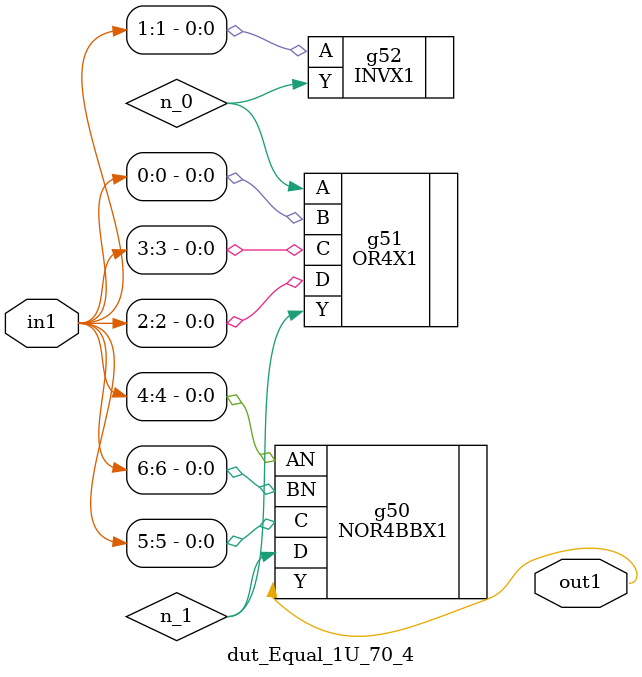
<source format=v>
`timescale 1ps / 1ps


module dut_Equal_1U_70_4(in1, out1);
  input [6:0] in1;
  output out1;
  wire [6:0] in1;
  wire out1;
  wire n_0, n_1;
  NOR4BBX1 g50(.AN (in1[4]), .BN (in1[6]), .C (in1[5]), .D (n_1), .Y
       (out1));
  OR4X1 g51(.A (n_0), .B (in1[0]), .C (in1[3]), .D (in1[2]), .Y (n_1));
  INVX1 g52(.A (in1[1]), .Y (n_0));
endmodule



</source>
